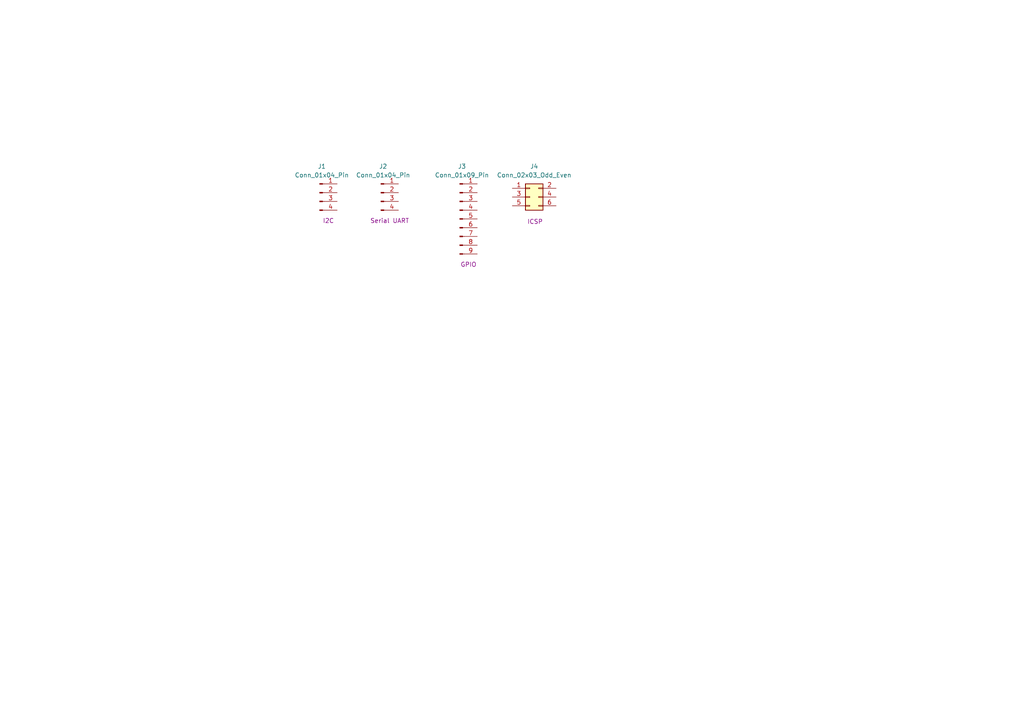
<source format=kicad_sch>
(kicad_sch (version 20250114) (generator "eeschema") (generator_version "9.0")
  (paper "A4")
  (lib_symbols
    (symbol "Connector:Conn_01x04_Pin" (pin_names (offset 1.016) (hide yes))
      (property "Reference" "J" (at 0 5.08 0))
      (property "Value" "Conn_01x04_Pin" (at 0 -7.62 0))
      (symbol "Conn_01x04_Pin_1_1"
        (rectangle (start 0.8636 2.667) (end 0 2.413) (stroke (width 0.1524)) (fill (type outline)))
        (rectangle (start 0.8636 0.127) (end 0 -0.127) (stroke (width 0.1524)) (fill (type outline)))
        (rectangle (start 0.8636 -2.413) (end 0 -2.667) (stroke (width 0.1524)) (fill (type outline)))
        (rectangle (start 0.8636 -4.953) (end 0 -5.207) (stroke (width 0.1524)) (fill (type outline)))
        (polyline (pts (xy 1.27 2.54) (xy 0.8636 2.54)) (stroke (width 0.1524)))
        (polyline (pts (xy 1.27 0) (xy 0.8636 0)) (stroke (width 0.1524)))
        (polyline (pts (xy 1.27 -2.54) (xy 0.8636 -2.54)) (stroke (width 0.1524)))
        (polyline (pts (xy 1.27 -5.08) (xy 0.8636 -5.08)) (stroke (width 0.1524)))
        (pin passive line (at 5.08 2.54 180) (length 3.81) (name "Pin_1") (number "1"))
        (pin passive line (at 5.08 0 180) (length 3.81) (name "Pin_2") (number "2"))
        (pin passive line (at 5.08 -2.54 180) (length 3.81) (name "Pin_3") (number "3"))
        (pin passive line (at 5.08 -5.08 180) (length 3.81) (name "Pin_4") (number "4"))
      )
    )
    (symbol "Connector:Conn_01x09_Pin" (pin_names (offset 1.016) (hide yes))
      (property "Reference" "J" (at 0 12.7 0))
      (property "Value" "Conn_01x09_Pin" (at 0 -12.7 0))
      (symbol "Conn_01x09_Pin_1_1"
        (rectangle (start 0.8636 10.287) (end 0 10.033) (stroke (width 0.1524)) (fill (type outline)))
        (rectangle (start 0.8636 7.747) (end 0 7.493) (stroke (width 0.1524)) (fill (type outline)))
        (rectangle (start 0.8636 5.207) (end 0 4.953) (stroke (width 0.1524)) (fill (type outline)))
        (rectangle (start 0.8636 2.667) (end 0 2.413) (stroke (width 0.1524)) (fill (type outline)))
        (rectangle (start 0.8636 0.127) (end 0 -0.127) (stroke (width 0.1524)) (fill (type outline)))
        (rectangle (start 0.8636 -2.413) (end 0 -2.667) (stroke (width 0.1524)) (fill (type outline)))
        (rectangle (start 0.8636 -4.953) (end 0 -5.207) (stroke (width 0.1524)) (fill (type outline)))
        (rectangle (start 0.8636 -7.493) (end 0 -7.747) (stroke (width 0.1524)) (fill (type outline)))
        (rectangle (start 0.8636 -10.033) (end 0 -10.287) (stroke (width 0.1524)) (fill (type outline)))
        (polyline (pts (xy 1.27 10.16) (xy 0.8636 10.16)) (stroke (width 0.1524)))
        (polyline (pts (xy 1.27 7.62) (xy 0.8636 7.62)) (stroke (width 0.1524)))
        (polyline (pts (xy 1.27 5.08) (xy 0.8636 5.08)) (stroke (width 0.1524)))
        (polyline (pts (xy 1.27 2.54) (xy 0.8636 2.54)) (stroke (width 0.1524)))
        (polyline (pts (xy 1.27 0) (xy 0.8636 0)) (stroke (width 0.1524)))
        (polyline (pts (xy 1.27 -2.54) (xy 0.8636 -2.54)) (stroke (width 0.1524)))
        (polyline (pts (xy 1.27 -5.08) (xy 0.8636 -5.08)) (stroke (width 0.1524)))
        (polyline (pts (xy 1.27 -7.62) (xy 0.8636 -7.62)) (stroke (width 0.1524)))
        (polyline (pts (xy 1.27 -10.16) (xy 0.8636 -10.16)) (stroke (width 0.1524)))
        (pin passive line (at 5.08 10.16 180) (length 3.81) (name "Pin_1") (number "1"))
        (pin passive line (at 5.08 7.62 180) (length 3.81) (name "Pin_2") (number "2"))
        (pin passive line (at 5.08 5.08 180) (length 3.81) (name "Pin_3") (number "3"))
        (pin passive line (at 5.08 2.54 180) (length 3.81) (name "Pin_4") (number "4"))
        (pin passive line (at 5.08 0 180) (length 3.81) (name "Pin_5") (number "5"))
        (pin passive line (at 5.08 -2.54 180) (length 3.81) (name "Pin_6") (number "6"))
        (pin passive line (at 5.08 -5.08 180) (length 3.81) (name "Pin_7") (number "7"))
        (pin passive line (at 5.08 -7.62 180) (length 3.81) (name "Pin_8") (number "8"))
        (pin passive line (at 5.08 -10.16 180) (length 3.81) (name "Pin_9") (number "9"))
      )
    )
    (symbol "Connector_Generic:Conn_02x03_Odd_Even" (pin_names (offset 1.016) (hide yes))
      (property "Reference" "J" (at 1.27 5.08 0))
      (property "Value" "Conn_02x03_Odd_Even" (at 1.27 -5.08 0))
      (symbol "Conn_02x03_Odd_Even_1_1"
        (rectangle (start -1.27 3.81) (end 3.81 -3.81) (stroke (width 0.254)) (fill (type background)))
        (rectangle (start -1.27 2.667) (end 0 2.413) (stroke (width 0.1524)))
        (rectangle (start -1.27 0.127) (end 0 -0.127) (stroke (width 0.1524)))
        (rectangle (start -1.27 -2.413) (end 0 -2.667) (stroke (width 0.1524)))
        (rectangle (start 3.81 2.667) (end 2.54 2.413) (stroke (width 0.1524)))
        (rectangle (start 3.81 0.127) (end 2.54 -0.127) (stroke (width 0.1524)))
        (rectangle (start 3.81 -2.413) (end 2.54 -2.667) (stroke (width 0.1524)))
        (pin passive line (at -5.08 2.54 0) (length 3.81) (name "Pin_1") (number "1"))
        (pin passive line (at -5.08 0 0) (length 3.81) (name "Pin_3") (number "3"))
        (pin passive line (at -5.08 -2.54 0) (length 3.81) (name "Pin_5") (number "5"))
        (pin passive line (at 7.62 2.54 180) (length 3.81) (name "Pin_2") (number "2"))
        (pin passive line (at 7.62 0 180) (length 3.81) (name "Pin_4") (number "4"))
        (pin passive line (at 7.62 -2.54 180) (length 3.81) (name "Pin_6") (number "6"))
      )
    )
  )
  (symbol (lib_id "Connector:Conn_01x04_Pin") (at 92.71 55.88 0) (unit 1)
    (property "Reference" "J1" (at 93.345 48.26 0))
    (property "Value" "Conn_01x04_Pin" (at 93.345 50.8 0))
    (property "Description" "Generic connector, single row, 01x04, script generated" (effects (hide yes)))
    (property "Purpose" "I2C" (at 95.25 64.008 0))
  )
  (symbol (lib_id "Connector:Conn_01x09_Pin") (at 133.35 63.5 0) (unit 1)
    (property "Reference" "J3" (at 133.985 48.26 0))
    (property "Value" "Conn_01x09_Pin" (at 133.985 50.8 0))
    (property "Description" "Generic connector, single row, 01x09, script generated" (effects (hide yes)))
    (property "Purpose" "GPIO" (at 135.89 76.708 0))
  )
  (symbol (lib_id "Connector:Conn_01x04_Pin") (at 110.49 55.88 0) (unit 1)
    (property "Reference" "J2" (at 111.125 48.26 0))
    (property "Value" "Conn_01x04_Pin" (at 111.125 50.8 0))
    (property "Description" "Generic connector, single row, 01x04, script generated" (effects (hide yes)))
    (property "Purpose" "Serial UART" (at 113.03 64.008 0))
  )
  (symbol (lib_id "Connector_Generic:Conn_02x03_Odd_Even") (at 153.67 57.15 0) (unit 1)
    (property "Reference" "J4" (at 154.94 48.26 0))
    (property "Value" "Conn_02x03_Odd_Even" (at 154.94 50.8 0))
    (property "Description" "Generic connector, double row, 02x03, odd/even pin numbering scheme (row 1 odd numbers, row 2 even numbers), script generated (kicad-library-utils/schlib/autogen/connector/)" (effects (hide yes)))
    (property "Purpose" "ICSP" (at 155.194 64.262 0))
  )
)
</source>
